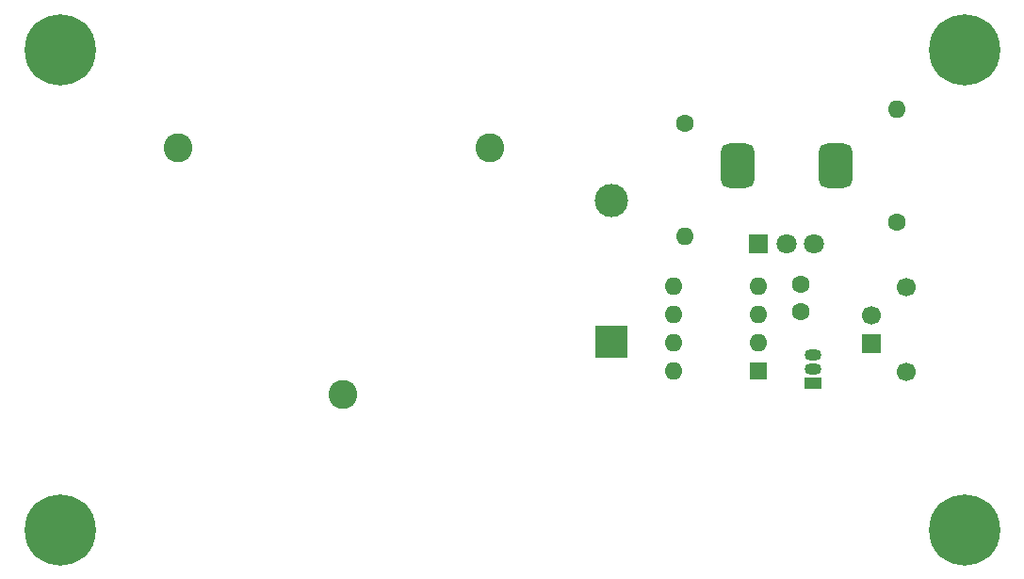
<source format=gbr>
%TF.GenerationSoftware,KiCad,Pcbnew,(6.0.5)*%
%TF.CreationDate,2022-06-08T19:36:40-04:00*%
%TF.ProjectId,first-pcb,66697273-742d-4706-9362-2e6b69636164,rev?*%
%TF.SameCoordinates,Original*%
%TF.FileFunction,Soldermask,Top*%
%TF.FilePolarity,Negative*%
%FSLAX46Y46*%
G04 Gerber Fmt 4.6, Leading zero omitted, Abs format (unit mm)*
G04 Created by KiCad (PCBNEW (6.0.5)) date 2022-06-08 19:36:40*
%MOMM*%
%LPD*%
G01*
G04 APERTURE LIST*
G04 Aperture macros list*
%AMRoundRect*
0 Rectangle with rounded corners*
0 $1 Rounding radius*
0 $2 $3 $4 $5 $6 $7 $8 $9 X,Y pos of 4 corners*
0 Add a 4 corners polygon primitive as box body*
4,1,4,$2,$3,$4,$5,$6,$7,$8,$9,$2,$3,0*
0 Add four circle primitives for the rounded corners*
1,1,$1+$1,$2,$3*
1,1,$1+$1,$4,$5*
1,1,$1+$1,$6,$7*
1,1,$1+$1,$8,$9*
0 Add four rect primitives between the rounded corners*
20,1,$1+$1,$2,$3,$4,$5,0*
20,1,$1+$1,$4,$5,$6,$7,0*
20,1,$1+$1,$6,$7,$8,$9,0*
20,1,$1+$1,$8,$9,$2,$3,0*%
G04 Aperture macros list end*
%ADD10C,6.400000*%
%ADD11C,1.700000*%
%ADD12R,1.700000X1.700000*%
%ADD13C,3.000000*%
%ADD14R,3.000000X3.000000*%
%ADD15C,2.600000*%
%ADD16C,1.600000*%
%ADD17O,1.600000X1.600000*%
%ADD18R,1.600000X1.600000*%
%ADD19O,1.500000X1.050000*%
%ADD20R,1.500000X1.050000*%
%ADD21R,1.800000X1.800000*%
%ADD22C,1.800000*%
%ADD23RoundRect,0.750000X0.750000X-1.250000X0.750000X1.250000X-0.750000X1.250000X-0.750000X-1.250000X0*%
G04 APERTURE END LIST*
D10*
%TO.C,H4*%
X167640000Y-76200000D03*
%TD*%
%TO.C,H3*%
X86360000Y-76200000D03*
%TD*%
%TO.C,H2*%
X167640000Y-119380000D03*
%TD*%
%TO.C,H1*%
X86360000Y-119380000D03*
%TD*%
D11*
%TO.C,K1*%
X162433000Y-97541000D03*
X162433000Y-105161000D03*
X159258000Y-100081000D03*
D12*
X159258000Y-102621000D03*
%TD*%
D13*
%TO.C,BT1*%
X135910000Y-89800000D03*
D14*
X135910000Y-102500000D03*
D15*
X125010000Y-85050000D03*
X111760000Y-107250000D03*
X97010000Y-85050000D03*
%TD*%
D16*
%TO.C,C1*%
X152908000Y-97302000D03*
X152908000Y-99802000D03*
%TD*%
D17*
%TO.C,U1*%
X141468000Y-105146000D03*
X141468000Y-102606000D03*
X141468000Y-100066000D03*
X141468000Y-97526000D03*
X149088000Y-97526000D03*
X149088000Y-100066000D03*
X149088000Y-102606000D03*
D18*
X149088000Y-105146000D03*
%TD*%
D19*
%TO.C,Q1*%
X154030000Y-103632000D03*
X154030000Y-104902000D03*
D20*
X154030000Y-106172000D03*
%TD*%
D21*
%TO.C,P1*%
X149138000Y-93680000D03*
D22*
X151638000Y-93680000D03*
X154138000Y-93680000D03*
D23*
X147238000Y-86680000D03*
X156038000Y-86680000D03*
%TD*%
D17*
%TO.C,R2*%
X161544000Y-81534000D03*
D16*
X161544000Y-91694000D03*
%TD*%
D17*
%TO.C,R1*%
X142494000Y-92964000D03*
D16*
X142494000Y-82804000D03*
%TD*%
M02*

</source>
